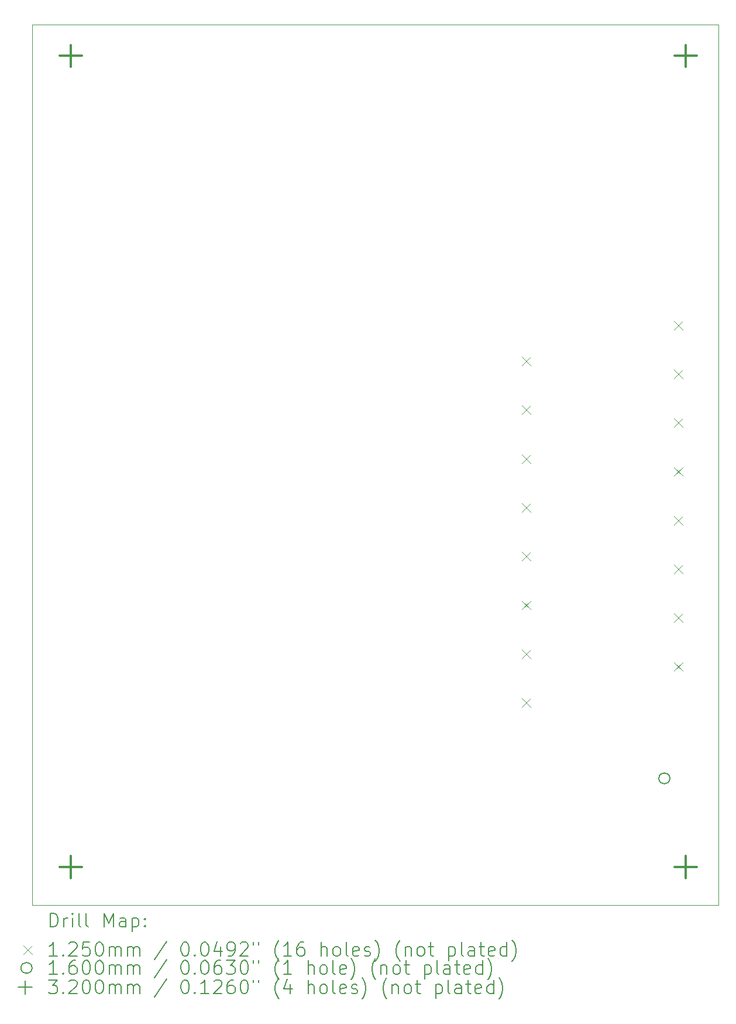
<source format=gbr>
%TF.GenerationSoftware,KiCad,Pcbnew,8.0.1*%
%TF.CreationDate,2024-09-04T11:05:36-04:00*%
%TF.ProjectId,16ch-driver-v1,31366368-2d64-4726-9976-65722d76312e,rev?*%
%TF.SameCoordinates,Original*%
%TF.FileFunction,Drillmap*%
%TF.FilePolarity,Positive*%
%FSLAX45Y45*%
G04 Gerber Fmt 4.5, Leading zero omitted, Abs format (unit mm)*
G04 Created by KiCad (PCBNEW 8.0.1) date 2024-09-04 11:05:36*
%MOMM*%
%LPD*%
G01*
G04 APERTURE LIST*
%ADD10C,0.100000*%
%ADD11C,0.200000*%
%ADD12C,0.125000*%
%ADD13C,0.160000*%
%ADD14C,0.320000*%
G04 APERTURE END LIST*
D10*
X8850000Y-3731000D02*
X18775000Y-3731000D01*
X18775000Y-16456000D01*
X8850000Y-16456000D01*
X8850000Y-3731000D01*
D11*
D12*
X15935500Y-8533500D02*
X16060500Y-8658500D01*
X16060500Y-8533500D02*
X15935500Y-8658500D01*
X15935500Y-9238500D02*
X16060500Y-9363500D01*
X16060500Y-9238500D02*
X15935500Y-9363500D01*
X15935500Y-12763500D02*
X16060500Y-12888500D01*
X16060500Y-12763500D02*
X15935500Y-12888500D01*
X15935500Y-11353500D02*
X16060500Y-11478500D01*
X16060500Y-11353500D02*
X15935500Y-11478500D01*
X15935500Y-9943500D02*
X16060500Y-10068500D01*
X16060500Y-9943500D02*
X15935500Y-10068500D01*
X15935500Y-10648500D02*
X16060500Y-10773500D01*
X16060500Y-10648500D02*
X15935500Y-10773500D01*
X15935500Y-12058500D02*
X16060500Y-12183500D01*
X16060500Y-12058500D02*
X15935500Y-12183500D01*
X15935500Y-13468500D02*
X16060500Y-13593500D01*
X16060500Y-13468500D02*
X15935500Y-13593500D01*
X18135500Y-8013500D02*
X18260500Y-8138500D01*
X18260500Y-8013500D02*
X18135500Y-8138500D01*
X18135500Y-8718500D02*
X18260500Y-8843500D01*
X18260500Y-8718500D02*
X18135500Y-8843500D01*
X18135500Y-12243500D02*
X18260500Y-12368500D01*
X18260500Y-12243500D02*
X18135500Y-12368500D01*
X18135500Y-10833500D02*
X18260500Y-10958500D01*
X18260500Y-10833500D02*
X18135500Y-10958500D01*
X18135500Y-9423500D02*
X18260500Y-9548500D01*
X18260500Y-9423500D02*
X18135500Y-9548500D01*
X18135500Y-10128500D02*
X18260500Y-10253500D01*
X18260500Y-10128500D02*
X18135500Y-10253500D01*
X18135500Y-11538500D02*
X18260500Y-11663500D01*
X18260500Y-11538500D02*
X18135500Y-11663500D01*
X18135500Y-12948500D02*
X18260500Y-13073500D01*
X18260500Y-12948500D02*
X18135500Y-13073500D01*
D13*
X18075509Y-14625359D02*
G75*
G02*
X17915509Y-14625359I-80000J0D01*
G01*
X17915509Y-14625359D02*
G75*
G02*
X18075509Y-14625359I80000J0D01*
G01*
D14*
X9407500Y-4023500D02*
X9407500Y-4343500D01*
X9247500Y-4183500D02*
X9567500Y-4183500D01*
X9407500Y-15746000D02*
X9407500Y-16066000D01*
X9247500Y-15906000D02*
X9567500Y-15906000D01*
X18302500Y-4023500D02*
X18302500Y-4343500D01*
X18142500Y-4183500D02*
X18462500Y-4183500D01*
X18302500Y-15746000D02*
X18302500Y-16066000D01*
X18142500Y-15906000D02*
X18462500Y-15906000D01*
D11*
X9105777Y-16772484D02*
X9105777Y-16572484D01*
X9105777Y-16572484D02*
X9153396Y-16572484D01*
X9153396Y-16572484D02*
X9181967Y-16582008D01*
X9181967Y-16582008D02*
X9201015Y-16601055D01*
X9201015Y-16601055D02*
X9210539Y-16620103D01*
X9210539Y-16620103D02*
X9220063Y-16658198D01*
X9220063Y-16658198D02*
X9220063Y-16686769D01*
X9220063Y-16686769D02*
X9210539Y-16724865D01*
X9210539Y-16724865D02*
X9201015Y-16743912D01*
X9201015Y-16743912D02*
X9181967Y-16762960D01*
X9181967Y-16762960D02*
X9153396Y-16772484D01*
X9153396Y-16772484D02*
X9105777Y-16772484D01*
X9305777Y-16772484D02*
X9305777Y-16639150D01*
X9305777Y-16677246D02*
X9315301Y-16658198D01*
X9315301Y-16658198D02*
X9324824Y-16648674D01*
X9324824Y-16648674D02*
X9343872Y-16639150D01*
X9343872Y-16639150D02*
X9362920Y-16639150D01*
X9429586Y-16772484D02*
X9429586Y-16639150D01*
X9429586Y-16572484D02*
X9420063Y-16582008D01*
X9420063Y-16582008D02*
X9429586Y-16591531D01*
X9429586Y-16591531D02*
X9439110Y-16582008D01*
X9439110Y-16582008D02*
X9429586Y-16572484D01*
X9429586Y-16572484D02*
X9429586Y-16591531D01*
X9553396Y-16772484D02*
X9534348Y-16762960D01*
X9534348Y-16762960D02*
X9524824Y-16743912D01*
X9524824Y-16743912D02*
X9524824Y-16572484D01*
X9658158Y-16772484D02*
X9639110Y-16762960D01*
X9639110Y-16762960D02*
X9629586Y-16743912D01*
X9629586Y-16743912D02*
X9629586Y-16572484D01*
X9886729Y-16772484D02*
X9886729Y-16572484D01*
X9886729Y-16572484D02*
X9953396Y-16715341D01*
X9953396Y-16715341D02*
X10020063Y-16572484D01*
X10020063Y-16572484D02*
X10020063Y-16772484D01*
X10201015Y-16772484D02*
X10201015Y-16667722D01*
X10201015Y-16667722D02*
X10191491Y-16648674D01*
X10191491Y-16648674D02*
X10172444Y-16639150D01*
X10172444Y-16639150D02*
X10134348Y-16639150D01*
X10134348Y-16639150D02*
X10115301Y-16648674D01*
X10201015Y-16762960D02*
X10181967Y-16772484D01*
X10181967Y-16772484D02*
X10134348Y-16772484D01*
X10134348Y-16772484D02*
X10115301Y-16762960D01*
X10115301Y-16762960D02*
X10105777Y-16743912D01*
X10105777Y-16743912D02*
X10105777Y-16724865D01*
X10105777Y-16724865D02*
X10115301Y-16705817D01*
X10115301Y-16705817D02*
X10134348Y-16696293D01*
X10134348Y-16696293D02*
X10181967Y-16696293D01*
X10181967Y-16696293D02*
X10201015Y-16686769D01*
X10296253Y-16639150D02*
X10296253Y-16839150D01*
X10296253Y-16648674D02*
X10315301Y-16639150D01*
X10315301Y-16639150D02*
X10353396Y-16639150D01*
X10353396Y-16639150D02*
X10372444Y-16648674D01*
X10372444Y-16648674D02*
X10381967Y-16658198D01*
X10381967Y-16658198D02*
X10391491Y-16677246D01*
X10391491Y-16677246D02*
X10391491Y-16734388D01*
X10391491Y-16734388D02*
X10381967Y-16753436D01*
X10381967Y-16753436D02*
X10372444Y-16762960D01*
X10372444Y-16762960D02*
X10353396Y-16772484D01*
X10353396Y-16772484D02*
X10315301Y-16772484D01*
X10315301Y-16772484D02*
X10296253Y-16762960D01*
X10477205Y-16753436D02*
X10486729Y-16762960D01*
X10486729Y-16762960D02*
X10477205Y-16772484D01*
X10477205Y-16772484D02*
X10467682Y-16762960D01*
X10467682Y-16762960D02*
X10477205Y-16753436D01*
X10477205Y-16753436D02*
X10477205Y-16772484D01*
X10477205Y-16648674D02*
X10486729Y-16658198D01*
X10486729Y-16658198D02*
X10477205Y-16667722D01*
X10477205Y-16667722D02*
X10467682Y-16658198D01*
X10467682Y-16658198D02*
X10477205Y-16648674D01*
X10477205Y-16648674D02*
X10477205Y-16667722D01*
D12*
X8720000Y-17038500D02*
X8845000Y-17163500D01*
X8845000Y-17038500D02*
X8720000Y-17163500D01*
D11*
X9210539Y-17192484D02*
X9096253Y-17192484D01*
X9153396Y-17192484D02*
X9153396Y-16992484D01*
X9153396Y-16992484D02*
X9134348Y-17021055D01*
X9134348Y-17021055D02*
X9115301Y-17040103D01*
X9115301Y-17040103D02*
X9096253Y-17049627D01*
X9296253Y-17173436D02*
X9305777Y-17182960D01*
X9305777Y-17182960D02*
X9296253Y-17192484D01*
X9296253Y-17192484D02*
X9286729Y-17182960D01*
X9286729Y-17182960D02*
X9296253Y-17173436D01*
X9296253Y-17173436D02*
X9296253Y-17192484D01*
X9381967Y-17011531D02*
X9391491Y-17002008D01*
X9391491Y-17002008D02*
X9410539Y-16992484D01*
X9410539Y-16992484D02*
X9458158Y-16992484D01*
X9458158Y-16992484D02*
X9477205Y-17002008D01*
X9477205Y-17002008D02*
X9486729Y-17011531D01*
X9486729Y-17011531D02*
X9496253Y-17030579D01*
X9496253Y-17030579D02*
X9496253Y-17049627D01*
X9496253Y-17049627D02*
X9486729Y-17078198D01*
X9486729Y-17078198D02*
X9372444Y-17192484D01*
X9372444Y-17192484D02*
X9496253Y-17192484D01*
X9677205Y-16992484D02*
X9581967Y-16992484D01*
X9581967Y-16992484D02*
X9572444Y-17087722D01*
X9572444Y-17087722D02*
X9581967Y-17078198D01*
X9581967Y-17078198D02*
X9601015Y-17068674D01*
X9601015Y-17068674D02*
X9648634Y-17068674D01*
X9648634Y-17068674D02*
X9667682Y-17078198D01*
X9667682Y-17078198D02*
X9677205Y-17087722D01*
X9677205Y-17087722D02*
X9686729Y-17106770D01*
X9686729Y-17106770D02*
X9686729Y-17154389D01*
X9686729Y-17154389D02*
X9677205Y-17173436D01*
X9677205Y-17173436D02*
X9667682Y-17182960D01*
X9667682Y-17182960D02*
X9648634Y-17192484D01*
X9648634Y-17192484D02*
X9601015Y-17192484D01*
X9601015Y-17192484D02*
X9581967Y-17182960D01*
X9581967Y-17182960D02*
X9572444Y-17173436D01*
X9810539Y-16992484D02*
X9829586Y-16992484D01*
X9829586Y-16992484D02*
X9848634Y-17002008D01*
X9848634Y-17002008D02*
X9858158Y-17011531D01*
X9858158Y-17011531D02*
X9867682Y-17030579D01*
X9867682Y-17030579D02*
X9877205Y-17068674D01*
X9877205Y-17068674D02*
X9877205Y-17116293D01*
X9877205Y-17116293D02*
X9867682Y-17154389D01*
X9867682Y-17154389D02*
X9858158Y-17173436D01*
X9858158Y-17173436D02*
X9848634Y-17182960D01*
X9848634Y-17182960D02*
X9829586Y-17192484D01*
X9829586Y-17192484D02*
X9810539Y-17192484D01*
X9810539Y-17192484D02*
X9791491Y-17182960D01*
X9791491Y-17182960D02*
X9781967Y-17173436D01*
X9781967Y-17173436D02*
X9772444Y-17154389D01*
X9772444Y-17154389D02*
X9762920Y-17116293D01*
X9762920Y-17116293D02*
X9762920Y-17068674D01*
X9762920Y-17068674D02*
X9772444Y-17030579D01*
X9772444Y-17030579D02*
X9781967Y-17011531D01*
X9781967Y-17011531D02*
X9791491Y-17002008D01*
X9791491Y-17002008D02*
X9810539Y-16992484D01*
X9962920Y-17192484D02*
X9962920Y-17059150D01*
X9962920Y-17078198D02*
X9972444Y-17068674D01*
X9972444Y-17068674D02*
X9991491Y-17059150D01*
X9991491Y-17059150D02*
X10020063Y-17059150D01*
X10020063Y-17059150D02*
X10039110Y-17068674D01*
X10039110Y-17068674D02*
X10048634Y-17087722D01*
X10048634Y-17087722D02*
X10048634Y-17192484D01*
X10048634Y-17087722D02*
X10058158Y-17068674D01*
X10058158Y-17068674D02*
X10077205Y-17059150D01*
X10077205Y-17059150D02*
X10105777Y-17059150D01*
X10105777Y-17059150D02*
X10124825Y-17068674D01*
X10124825Y-17068674D02*
X10134348Y-17087722D01*
X10134348Y-17087722D02*
X10134348Y-17192484D01*
X10229586Y-17192484D02*
X10229586Y-17059150D01*
X10229586Y-17078198D02*
X10239110Y-17068674D01*
X10239110Y-17068674D02*
X10258158Y-17059150D01*
X10258158Y-17059150D02*
X10286729Y-17059150D01*
X10286729Y-17059150D02*
X10305777Y-17068674D01*
X10305777Y-17068674D02*
X10315301Y-17087722D01*
X10315301Y-17087722D02*
X10315301Y-17192484D01*
X10315301Y-17087722D02*
X10324825Y-17068674D01*
X10324825Y-17068674D02*
X10343872Y-17059150D01*
X10343872Y-17059150D02*
X10372444Y-17059150D01*
X10372444Y-17059150D02*
X10391491Y-17068674D01*
X10391491Y-17068674D02*
X10401015Y-17087722D01*
X10401015Y-17087722D02*
X10401015Y-17192484D01*
X10791491Y-16982960D02*
X10620063Y-17240103D01*
X11048634Y-16992484D02*
X11067682Y-16992484D01*
X11067682Y-16992484D02*
X11086729Y-17002008D01*
X11086729Y-17002008D02*
X11096253Y-17011531D01*
X11096253Y-17011531D02*
X11105777Y-17030579D01*
X11105777Y-17030579D02*
X11115301Y-17068674D01*
X11115301Y-17068674D02*
X11115301Y-17116293D01*
X11115301Y-17116293D02*
X11105777Y-17154389D01*
X11105777Y-17154389D02*
X11096253Y-17173436D01*
X11096253Y-17173436D02*
X11086729Y-17182960D01*
X11086729Y-17182960D02*
X11067682Y-17192484D01*
X11067682Y-17192484D02*
X11048634Y-17192484D01*
X11048634Y-17192484D02*
X11029587Y-17182960D01*
X11029587Y-17182960D02*
X11020063Y-17173436D01*
X11020063Y-17173436D02*
X11010539Y-17154389D01*
X11010539Y-17154389D02*
X11001015Y-17116293D01*
X11001015Y-17116293D02*
X11001015Y-17068674D01*
X11001015Y-17068674D02*
X11010539Y-17030579D01*
X11010539Y-17030579D02*
X11020063Y-17011531D01*
X11020063Y-17011531D02*
X11029587Y-17002008D01*
X11029587Y-17002008D02*
X11048634Y-16992484D01*
X11201015Y-17173436D02*
X11210539Y-17182960D01*
X11210539Y-17182960D02*
X11201015Y-17192484D01*
X11201015Y-17192484D02*
X11191491Y-17182960D01*
X11191491Y-17182960D02*
X11201015Y-17173436D01*
X11201015Y-17173436D02*
X11201015Y-17192484D01*
X11334348Y-16992484D02*
X11353396Y-16992484D01*
X11353396Y-16992484D02*
X11372444Y-17002008D01*
X11372444Y-17002008D02*
X11381967Y-17011531D01*
X11381967Y-17011531D02*
X11391491Y-17030579D01*
X11391491Y-17030579D02*
X11401015Y-17068674D01*
X11401015Y-17068674D02*
X11401015Y-17116293D01*
X11401015Y-17116293D02*
X11391491Y-17154389D01*
X11391491Y-17154389D02*
X11381967Y-17173436D01*
X11381967Y-17173436D02*
X11372444Y-17182960D01*
X11372444Y-17182960D02*
X11353396Y-17192484D01*
X11353396Y-17192484D02*
X11334348Y-17192484D01*
X11334348Y-17192484D02*
X11315301Y-17182960D01*
X11315301Y-17182960D02*
X11305777Y-17173436D01*
X11305777Y-17173436D02*
X11296253Y-17154389D01*
X11296253Y-17154389D02*
X11286729Y-17116293D01*
X11286729Y-17116293D02*
X11286729Y-17068674D01*
X11286729Y-17068674D02*
X11296253Y-17030579D01*
X11296253Y-17030579D02*
X11305777Y-17011531D01*
X11305777Y-17011531D02*
X11315301Y-17002008D01*
X11315301Y-17002008D02*
X11334348Y-16992484D01*
X11572444Y-17059150D02*
X11572444Y-17192484D01*
X11524825Y-16982960D02*
X11477206Y-17125817D01*
X11477206Y-17125817D02*
X11601015Y-17125817D01*
X11686729Y-17192484D02*
X11724825Y-17192484D01*
X11724825Y-17192484D02*
X11743872Y-17182960D01*
X11743872Y-17182960D02*
X11753396Y-17173436D01*
X11753396Y-17173436D02*
X11772444Y-17144865D01*
X11772444Y-17144865D02*
X11781967Y-17106770D01*
X11781967Y-17106770D02*
X11781967Y-17030579D01*
X11781967Y-17030579D02*
X11772444Y-17011531D01*
X11772444Y-17011531D02*
X11762920Y-17002008D01*
X11762920Y-17002008D02*
X11743872Y-16992484D01*
X11743872Y-16992484D02*
X11705777Y-16992484D01*
X11705777Y-16992484D02*
X11686729Y-17002008D01*
X11686729Y-17002008D02*
X11677206Y-17011531D01*
X11677206Y-17011531D02*
X11667682Y-17030579D01*
X11667682Y-17030579D02*
X11667682Y-17078198D01*
X11667682Y-17078198D02*
X11677206Y-17097246D01*
X11677206Y-17097246D02*
X11686729Y-17106770D01*
X11686729Y-17106770D02*
X11705777Y-17116293D01*
X11705777Y-17116293D02*
X11743872Y-17116293D01*
X11743872Y-17116293D02*
X11762920Y-17106770D01*
X11762920Y-17106770D02*
X11772444Y-17097246D01*
X11772444Y-17097246D02*
X11781967Y-17078198D01*
X11858158Y-17011531D02*
X11867682Y-17002008D01*
X11867682Y-17002008D02*
X11886729Y-16992484D01*
X11886729Y-16992484D02*
X11934348Y-16992484D01*
X11934348Y-16992484D02*
X11953396Y-17002008D01*
X11953396Y-17002008D02*
X11962920Y-17011531D01*
X11962920Y-17011531D02*
X11972444Y-17030579D01*
X11972444Y-17030579D02*
X11972444Y-17049627D01*
X11972444Y-17049627D02*
X11962920Y-17078198D01*
X11962920Y-17078198D02*
X11848634Y-17192484D01*
X11848634Y-17192484D02*
X11972444Y-17192484D01*
X12048634Y-16992484D02*
X12048634Y-17030579D01*
X12124825Y-16992484D02*
X12124825Y-17030579D01*
X12420063Y-17268674D02*
X12410539Y-17259150D01*
X12410539Y-17259150D02*
X12391491Y-17230579D01*
X12391491Y-17230579D02*
X12381968Y-17211531D01*
X12381968Y-17211531D02*
X12372444Y-17182960D01*
X12372444Y-17182960D02*
X12362920Y-17135341D01*
X12362920Y-17135341D02*
X12362920Y-17097246D01*
X12362920Y-17097246D02*
X12372444Y-17049627D01*
X12372444Y-17049627D02*
X12381968Y-17021055D01*
X12381968Y-17021055D02*
X12391491Y-17002008D01*
X12391491Y-17002008D02*
X12410539Y-16973436D01*
X12410539Y-16973436D02*
X12420063Y-16963912D01*
X12601015Y-17192484D02*
X12486729Y-17192484D01*
X12543872Y-17192484D02*
X12543872Y-16992484D01*
X12543872Y-16992484D02*
X12524825Y-17021055D01*
X12524825Y-17021055D02*
X12505777Y-17040103D01*
X12505777Y-17040103D02*
X12486729Y-17049627D01*
X12772444Y-16992484D02*
X12734348Y-16992484D01*
X12734348Y-16992484D02*
X12715301Y-17002008D01*
X12715301Y-17002008D02*
X12705777Y-17011531D01*
X12705777Y-17011531D02*
X12686729Y-17040103D01*
X12686729Y-17040103D02*
X12677206Y-17078198D01*
X12677206Y-17078198D02*
X12677206Y-17154389D01*
X12677206Y-17154389D02*
X12686729Y-17173436D01*
X12686729Y-17173436D02*
X12696253Y-17182960D01*
X12696253Y-17182960D02*
X12715301Y-17192484D01*
X12715301Y-17192484D02*
X12753396Y-17192484D01*
X12753396Y-17192484D02*
X12772444Y-17182960D01*
X12772444Y-17182960D02*
X12781968Y-17173436D01*
X12781968Y-17173436D02*
X12791491Y-17154389D01*
X12791491Y-17154389D02*
X12791491Y-17106770D01*
X12791491Y-17106770D02*
X12781968Y-17087722D01*
X12781968Y-17087722D02*
X12772444Y-17078198D01*
X12772444Y-17078198D02*
X12753396Y-17068674D01*
X12753396Y-17068674D02*
X12715301Y-17068674D01*
X12715301Y-17068674D02*
X12696253Y-17078198D01*
X12696253Y-17078198D02*
X12686729Y-17087722D01*
X12686729Y-17087722D02*
X12677206Y-17106770D01*
X13029587Y-17192484D02*
X13029587Y-16992484D01*
X13115301Y-17192484D02*
X13115301Y-17087722D01*
X13115301Y-17087722D02*
X13105777Y-17068674D01*
X13105777Y-17068674D02*
X13086730Y-17059150D01*
X13086730Y-17059150D02*
X13058158Y-17059150D01*
X13058158Y-17059150D02*
X13039110Y-17068674D01*
X13039110Y-17068674D02*
X13029587Y-17078198D01*
X13239110Y-17192484D02*
X13220063Y-17182960D01*
X13220063Y-17182960D02*
X13210539Y-17173436D01*
X13210539Y-17173436D02*
X13201015Y-17154389D01*
X13201015Y-17154389D02*
X13201015Y-17097246D01*
X13201015Y-17097246D02*
X13210539Y-17078198D01*
X13210539Y-17078198D02*
X13220063Y-17068674D01*
X13220063Y-17068674D02*
X13239110Y-17059150D01*
X13239110Y-17059150D02*
X13267682Y-17059150D01*
X13267682Y-17059150D02*
X13286730Y-17068674D01*
X13286730Y-17068674D02*
X13296253Y-17078198D01*
X13296253Y-17078198D02*
X13305777Y-17097246D01*
X13305777Y-17097246D02*
X13305777Y-17154389D01*
X13305777Y-17154389D02*
X13296253Y-17173436D01*
X13296253Y-17173436D02*
X13286730Y-17182960D01*
X13286730Y-17182960D02*
X13267682Y-17192484D01*
X13267682Y-17192484D02*
X13239110Y-17192484D01*
X13420063Y-17192484D02*
X13401015Y-17182960D01*
X13401015Y-17182960D02*
X13391491Y-17163912D01*
X13391491Y-17163912D02*
X13391491Y-16992484D01*
X13572444Y-17182960D02*
X13553396Y-17192484D01*
X13553396Y-17192484D02*
X13515301Y-17192484D01*
X13515301Y-17192484D02*
X13496253Y-17182960D01*
X13496253Y-17182960D02*
X13486730Y-17163912D01*
X13486730Y-17163912D02*
X13486730Y-17087722D01*
X13486730Y-17087722D02*
X13496253Y-17068674D01*
X13496253Y-17068674D02*
X13515301Y-17059150D01*
X13515301Y-17059150D02*
X13553396Y-17059150D01*
X13553396Y-17059150D02*
X13572444Y-17068674D01*
X13572444Y-17068674D02*
X13581968Y-17087722D01*
X13581968Y-17087722D02*
X13581968Y-17106770D01*
X13581968Y-17106770D02*
X13486730Y-17125817D01*
X13658158Y-17182960D02*
X13677206Y-17192484D01*
X13677206Y-17192484D02*
X13715301Y-17192484D01*
X13715301Y-17192484D02*
X13734349Y-17182960D01*
X13734349Y-17182960D02*
X13743872Y-17163912D01*
X13743872Y-17163912D02*
X13743872Y-17154389D01*
X13743872Y-17154389D02*
X13734349Y-17135341D01*
X13734349Y-17135341D02*
X13715301Y-17125817D01*
X13715301Y-17125817D02*
X13686730Y-17125817D01*
X13686730Y-17125817D02*
X13667682Y-17116293D01*
X13667682Y-17116293D02*
X13658158Y-17097246D01*
X13658158Y-17097246D02*
X13658158Y-17087722D01*
X13658158Y-17087722D02*
X13667682Y-17068674D01*
X13667682Y-17068674D02*
X13686730Y-17059150D01*
X13686730Y-17059150D02*
X13715301Y-17059150D01*
X13715301Y-17059150D02*
X13734349Y-17068674D01*
X13810539Y-17268674D02*
X13820063Y-17259150D01*
X13820063Y-17259150D02*
X13839111Y-17230579D01*
X13839111Y-17230579D02*
X13848634Y-17211531D01*
X13848634Y-17211531D02*
X13858158Y-17182960D01*
X13858158Y-17182960D02*
X13867682Y-17135341D01*
X13867682Y-17135341D02*
X13867682Y-17097246D01*
X13867682Y-17097246D02*
X13858158Y-17049627D01*
X13858158Y-17049627D02*
X13848634Y-17021055D01*
X13848634Y-17021055D02*
X13839111Y-17002008D01*
X13839111Y-17002008D02*
X13820063Y-16973436D01*
X13820063Y-16973436D02*
X13810539Y-16963912D01*
X14172444Y-17268674D02*
X14162920Y-17259150D01*
X14162920Y-17259150D02*
X14143872Y-17230579D01*
X14143872Y-17230579D02*
X14134349Y-17211531D01*
X14134349Y-17211531D02*
X14124825Y-17182960D01*
X14124825Y-17182960D02*
X14115301Y-17135341D01*
X14115301Y-17135341D02*
X14115301Y-17097246D01*
X14115301Y-17097246D02*
X14124825Y-17049627D01*
X14124825Y-17049627D02*
X14134349Y-17021055D01*
X14134349Y-17021055D02*
X14143872Y-17002008D01*
X14143872Y-17002008D02*
X14162920Y-16973436D01*
X14162920Y-16973436D02*
X14172444Y-16963912D01*
X14248634Y-17059150D02*
X14248634Y-17192484D01*
X14248634Y-17078198D02*
X14258158Y-17068674D01*
X14258158Y-17068674D02*
X14277206Y-17059150D01*
X14277206Y-17059150D02*
X14305777Y-17059150D01*
X14305777Y-17059150D02*
X14324825Y-17068674D01*
X14324825Y-17068674D02*
X14334349Y-17087722D01*
X14334349Y-17087722D02*
X14334349Y-17192484D01*
X14458158Y-17192484D02*
X14439111Y-17182960D01*
X14439111Y-17182960D02*
X14429587Y-17173436D01*
X14429587Y-17173436D02*
X14420063Y-17154389D01*
X14420063Y-17154389D02*
X14420063Y-17097246D01*
X14420063Y-17097246D02*
X14429587Y-17078198D01*
X14429587Y-17078198D02*
X14439111Y-17068674D01*
X14439111Y-17068674D02*
X14458158Y-17059150D01*
X14458158Y-17059150D02*
X14486730Y-17059150D01*
X14486730Y-17059150D02*
X14505777Y-17068674D01*
X14505777Y-17068674D02*
X14515301Y-17078198D01*
X14515301Y-17078198D02*
X14524825Y-17097246D01*
X14524825Y-17097246D02*
X14524825Y-17154389D01*
X14524825Y-17154389D02*
X14515301Y-17173436D01*
X14515301Y-17173436D02*
X14505777Y-17182960D01*
X14505777Y-17182960D02*
X14486730Y-17192484D01*
X14486730Y-17192484D02*
X14458158Y-17192484D01*
X14581968Y-17059150D02*
X14658158Y-17059150D01*
X14610539Y-16992484D02*
X14610539Y-17163912D01*
X14610539Y-17163912D02*
X14620063Y-17182960D01*
X14620063Y-17182960D02*
X14639111Y-17192484D01*
X14639111Y-17192484D02*
X14658158Y-17192484D01*
X14877206Y-17059150D02*
X14877206Y-17259150D01*
X14877206Y-17068674D02*
X14896253Y-17059150D01*
X14896253Y-17059150D02*
X14934349Y-17059150D01*
X14934349Y-17059150D02*
X14953396Y-17068674D01*
X14953396Y-17068674D02*
X14962920Y-17078198D01*
X14962920Y-17078198D02*
X14972444Y-17097246D01*
X14972444Y-17097246D02*
X14972444Y-17154389D01*
X14972444Y-17154389D02*
X14962920Y-17173436D01*
X14962920Y-17173436D02*
X14953396Y-17182960D01*
X14953396Y-17182960D02*
X14934349Y-17192484D01*
X14934349Y-17192484D02*
X14896253Y-17192484D01*
X14896253Y-17192484D02*
X14877206Y-17182960D01*
X15086730Y-17192484D02*
X15067682Y-17182960D01*
X15067682Y-17182960D02*
X15058158Y-17163912D01*
X15058158Y-17163912D02*
X15058158Y-16992484D01*
X15248634Y-17192484D02*
X15248634Y-17087722D01*
X15248634Y-17087722D02*
X15239111Y-17068674D01*
X15239111Y-17068674D02*
X15220063Y-17059150D01*
X15220063Y-17059150D02*
X15181968Y-17059150D01*
X15181968Y-17059150D02*
X15162920Y-17068674D01*
X15248634Y-17182960D02*
X15229587Y-17192484D01*
X15229587Y-17192484D02*
X15181968Y-17192484D01*
X15181968Y-17192484D02*
X15162920Y-17182960D01*
X15162920Y-17182960D02*
X15153396Y-17163912D01*
X15153396Y-17163912D02*
X15153396Y-17144865D01*
X15153396Y-17144865D02*
X15162920Y-17125817D01*
X15162920Y-17125817D02*
X15181968Y-17116293D01*
X15181968Y-17116293D02*
X15229587Y-17116293D01*
X15229587Y-17116293D02*
X15248634Y-17106770D01*
X15315301Y-17059150D02*
X15391492Y-17059150D01*
X15343873Y-16992484D02*
X15343873Y-17163912D01*
X15343873Y-17163912D02*
X15353396Y-17182960D01*
X15353396Y-17182960D02*
X15372444Y-17192484D01*
X15372444Y-17192484D02*
X15391492Y-17192484D01*
X15534349Y-17182960D02*
X15515301Y-17192484D01*
X15515301Y-17192484D02*
X15477206Y-17192484D01*
X15477206Y-17192484D02*
X15458158Y-17182960D01*
X15458158Y-17182960D02*
X15448634Y-17163912D01*
X15448634Y-17163912D02*
X15448634Y-17087722D01*
X15448634Y-17087722D02*
X15458158Y-17068674D01*
X15458158Y-17068674D02*
X15477206Y-17059150D01*
X15477206Y-17059150D02*
X15515301Y-17059150D01*
X15515301Y-17059150D02*
X15534349Y-17068674D01*
X15534349Y-17068674D02*
X15543873Y-17087722D01*
X15543873Y-17087722D02*
X15543873Y-17106770D01*
X15543873Y-17106770D02*
X15448634Y-17125817D01*
X15715301Y-17192484D02*
X15715301Y-16992484D01*
X15715301Y-17182960D02*
X15696254Y-17192484D01*
X15696254Y-17192484D02*
X15658158Y-17192484D01*
X15658158Y-17192484D02*
X15639111Y-17182960D01*
X15639111Y-17182960D02*
X15629587Y-17173436D01*
X15629587Y-17173436D02*
X15620063Y-17154389D01*
X15620063Y-17154389D02*
X15620063Y-17097246D01*
X15620063Y-17097246D02*
X15629587Y-17078198D01*
X15629587Y-17078198D02*
X15639111Y-17068674D01*
X15639111Y-17068674D02*
X15658158Y-17059150D01*
X15658158Y-17059150D02*
X15696254Y-17059150D01*
X15696254Y-17059150D02*
X15715301Y-17068674D01*
X15791492Y-17268674D02*
X15801015Y-17259150D01*
X15801015Y-17259150D02*
X15820063Y-17230579D01*
X15820063Y-17230579D02*
X15829587Y-17211531D01*
X15829587Y-17211531D02*
X15839111Y-17182960D01*
X15839111Y-17182960D02*
X15848634Y-17135341D01*
X15848634Y-17135341D02*
X15848634Y-17097246D01*
X15848634Y-17097246D02*
X15839111Y-17049627D01*
X15839111Y-17049627D02*
X15829587Y-17021055D01*
X15829587Y-17021055D02*
X15820063Y-17002008D01*
X15820063Y-17002008D02*
X15801015Y-16973436D01*
X15801015Y-16973436D02*
X15791492Y-16963912D01*
D13*
X8845000Y-17365000D02*
G75*
G02*
X8685000Y-17365000I-80000J0D01*
G01*
X8685000Y-17365000D02*
G75*
G02*
X8845000Y-17365000I80000J0D01*
G01*
D11*
X9210539Y-17456484D02*
X9096253Y-17456484D01*
X9153396Y-17456484D02*
X9153396Y-17256484D01*
X9153396Y-17256484D02*
X9134348Y-17285055D01*
X9134348Y-17285055D02*
X9115301Y-17304103D01*
X9115301Y-17304103D02*
X9096253Y-17313627D01*
X9296253Y-17437436D02*
X9305777Y-17446960D01*
X9305777Y-17446960D02*
X9296253Y-17456484D01*
X9296253Y-17456484D02*
X9286729Y-17446960D01*
X9286729Y-17446960D02*
X9296253Y-17437436D01*
X9296253Y-17437436D02*
X9296253Y-17456484D01*
X9477205Y-17256484D02*
X9439110Y-17256484D01*
X9439110Y-17256484D02*
X9420063Y-17266008D01*
X9420063Y-17266008D02*
X9410539Y-17275531D01*
X9410539Y-17275531D02*
X9391491Y-17304103D01*
X9391491Y-17304103D02*
X9381967Y-17342198D01*
X9381967Y-17342198D02*
X9381967Y-17418389D01*
X9381967Y-17418389D02*
X9391491Y-17437436D01*
X9391491Y-17437436D02*
X9401015Y-17446960D01*
X9401015Y-17446960D02*
X9420063Y-17456484D01*
X9420063Y-17456484D02*
X9458158Y-17456484D01*
X9458158Y-17456484D02*
X9477205Y-17446960D01*
X9477205Y-17446960D02*
X9486729Y-17437436D01*
X9486729Y-17437436D02*
X9496253Y-17418389D01*
X9496253Y-17418389D02*
X9496253Y-17370770D01*
X9496253Y-17370770D02*
X9486729Y-17351722D01*
X9486729Y-17351722D02*
X9477205Y-17342198D01*
X9477205Y-17342198D02*
X9458158Y-17332674D01*
X9458158Y-17332674D02*
X9420063Y-17332674D01*
X9420063Y-17332674D02*
X9401015Y-17342198D01*
X9401015Y-17342198D02*
X9391491Y-17351722D01*
X9391491Y-17351722D02*
X9381967Y-17370770D01*
X9620063Y-17256484D02*
X9639110Y-17256484D01*
X9639110Y-17256484D02*
X9658158Y-17266008D01*
X9658158Y-17266008D02*
X9667682Y-17275531D01*
X9667682Y-17275531D02*
X9677205Y-17294579D01*
X9677205Y-17294579D02*
X9686729Y-17332674D01*
X9686729Y-17332674D02*
X9686729Y-17380293D01*
X9686729Y-17380293D02*
X9677205Y-17418389D01*
X9677205Y-17418389D02*
X9667682Y-17437436D01*
X9667682Y-17437436D02*
X9658158Y-17446960D01*
X9658158Y-17446960D02*
X9639110Y-17456484D01*
X9639110Y-17456484D02*
X9620063Y-17456484D01*
X9620063Y-17456484D02*
X9601015Y-17446960D01*
X9601015Y-17446960D02*
X9591491Y-17437436D01*
X9591491Y-17437436D02*
X9581967Y-17418389D01*
X9581967Y-17418389D02*
X9572444Y-17380293D01*
X9572444Y-17380293D02*
X9572444Y-17332674D01*
X9572444Y-17332674D02*
X9581967Y-17294579D01*
X9581967Y-17294579D02*
X9591491Y-17275531D01*
X9591491Y-17275531D02*
X9601015Y-17266008D01*
X9601015Y-17266008D02*
X9620063Y-17256484D01*
X9810539Y-17256484D02*
X9829586Y-17256484D01*
X9829586Y-17256484D02*
X9848634Y-17266008D01*
X9848634Y-17266008D02*
X9858158Y-17275531D01*
X9858158Y-17275531D02*
X9867682Y-17294579D01*
X9867682Y-17294579D02*
X9877205Y-17332674D01*
X9877205Y-17332674D02*
X9877205Y-17380293D01*
X9877205Y-17380293D02*
X9867682Y-17418389D01*
X9867682Y-17418389D02*
X9858158Y-17437436D01*
X9858158Y-17437436D02*
X9848634Y-17446960D01*
X9848634Y-17446960D02*
X9829586Y-17456484D01*
X9829586Y-17456484D02*
X9810539Y-17456484D01*
X9810539Y-17456484D02*
X9791491Y-17446960D01*
X9791491Y-17446960D02*
X9781967Y-17437436D01*
X9781967Y-17437436D02*
X9772444Y-17418389D01*
X9772444Y-17418389D02*
X9762920Y-17380293D01*
X9762920Y-17380293D02*
X9762920Y-17332674D01*
X9762920Y-17332674D02*
X9772444Y-17294579D01*
X9772444Y-17294579D02*
X9781967Y-17275531D01*
X9781967Y-17275531D02*
X9791491Y-17266008D01*
X9791491Y-17266008D02*
X9810539Y-17256484D01*
X9962920Y-17456484D02*
X9962920Y-17323150D01*
X9962920Y-17342198D02*
X9972444Y-17332674D01*
X9972444Y-17332674D02*
X9991491Y-17323150D01*
X9991491Y-17323150D02*
X10020063Y-17323150D01*
X10020063Y-17323150D02*
X10039110Y-17332674D01*
X10039110Y-17332674D02*
X10048634Y-17351722D01*
X10048634Y-17351722D02*
X10048634Y-17456484D01*
X10048634Y-17351722D02*
X10058158Y-17332674D01*
X10058158Y-17332674D02*
X10077205Y-17323150D01*
X10077205Y-17323150D02*
X10105777Y-17323150D01*
X10105777Y-17323150D02*
X10124825Y-17332674D01*
X10124825Y-17332674D02*
X10134348Y-17351722D01*
X10134348Y-17351722D02*
X10134348Y-17456484D01*
X10229586Y-17456484D02*
X10229586Y-17323150D01*
X10229586Y-17342198D02*
X10239110Y-17332674D01*
X10239110Y-17332674D02*
X10258158Y-17323150D01*
X10258158Y-17323150D02*
X10286729Y-17323150D01*
X10286729Y-17323150D02*
X10305777Y-17332674D01*
X10305777Y-17332674D02*
X10315301Y-17351722D01*
X10315301Y-17351722D02*
X10315301Y-17456484D01*
X10315301Y-17351722D02*
X10324825Y-17332674D01*
X10324825Y-17332674D02*
X10343872Y-17323150D01*
X10343872Y-17323150D02*
X10372444Y-17323150D01*
X10372444Y-17323150D02*
X10391491Y-17332674D01*
X10391491Y-17332674D02*
X10401015Y-17351722D01*
X10401015Y-17351722D02*
X10401015Y-17456484D01*
X10791491Y-17246960D02*
X10620063Y-17504103D01*
X11048634Y-17256484D02*
X11067682Y-17256484D01*
X11067682Y-17256484D02*
X11086729Y-17266008D01*
X11086729Y-17266008D02*
X11096253Y-17275531D01*
X11096253Y-17275531D02*
X11105777Y-17294579D01*
X11105777Y-17294579D02*
X11115301Y-17332674D01*
X11115301Y-17332674D02*
X11115301Y-17380293D01*
X11115301Y-17380293D02*
X11105777Y-17418389D01*
X11105777Y-17418389D02*
X11096253Y-17437436D01*
X11096253Y-17437436D02*
X11086729Y-17446960D01*
X11086729Y-17446960D02*
X11067682Y-17456484D01*
X11067682Y-17456484D02*
X11048634Y-17456484D01*
X11048634Y-17456484D02*
X11029587Y-17446960D01*
X11029587Y-17446960D02*
X11020063Y-17437436D01*
X11020063Y-17437436D02*
X11010539Y-17418389D01*
X11010539Y-17418389D02*
X11001015Y-17380293D01*
X11001015Y-17380293D02*
X11001015Y-17332674D01*
X11001015Y-17332674D02*
X11010539Y-17294579D01*
X11010539Y-17294579D02*
X11020063Y-17275531D01*
X11020063Y-17275531D02*
X11029587Y-17266008D01*
X11029587Y-17266008D02*
X11048634Y-17256484D01*
X11201015Y-17437436D02*
X11210539Y-17446960D01*
X11210539Y-17446960D02*
X11201015Y-17456484D01*
X11201015Y-17456484D02*
X11191491Y-17446960D01*
X11191491Y-17446960D02*
X11201015Y-17437436D01*
X11201015Y-17437436D02*
X11201015Y-17456484D01*
X11334348Y-17256484D02*
X11353396Y-17256484D01*
X11353396Y-17256484D02*
X11372444Y-17266008D01*
X11372444Y-17266008D02*
X11381967Y-17275531D01*
X11381967Y-17275531D02*
X11391491Y-17294579D01*
X11391491Y-17294579D02*
X11401015Y-17332674D01*
X11401015Y-17332674D02*
X11401015Y-17380293D01*
X11401015Y-17380293D02*
X11391491Y-17418389D01*
X11391491Y-17418389D02*
X11381967Y-17437436D01*
X11381967Y-17437436D02*
X11372444Y-17446960D01*
X11372444Y-17446960D02*
X11353396Y-17456484D01*
X11353396Y-17456484D02*
X11334348Y-17456484D01*
X11334348Y-17456484D02*
X11315301Y-17446960D01*
X11315301Y-17446960D02*
X11305777Y-17437436D01*
X11305777Y-17437436D02*
X11296253Y-17418389D01*
X11296253Y-17418389D02*
X11286729Y-17380293D01*
X11286729Y-17380293D02*
X11286729Y-17332674D01*
X11286729Y-17332674D02*
X11296253Y-17294579D01*
X11296253Y-17294579D02*
X11305777Y-17275531D01*
X11305777Y-17275531D02*
X11315301Y-17266008D01*
X11315301Y-17266008D02*
X11334348Y-17256484D01*
X11572444Y-17256484D02*
X11534348Y-17256484D01*
X11534348Y-17256484D02*
X11515301Y-17266008D01*
X11515301Y-17266008D02*
X11505777Y-17275531D01*
X11505777Y-17275531D02*
X11486729Y-17304103D01*
X11486729Y-17304103D02*
X11477206Y-17342198D01*
X11477206Y-17342198D02*
X11477206Y-17418389D01*
X11477206Y-17418389D02*
X11486729Y-17437436D01*
X11486729Y-17437436D02*
X11496253Y-17446960D01*
X11496253Y-17446960D02*
X11515301Y-17456484D01*
X11515301Y-17456484D02*
X11553396Y-17456484D01*
X11553396Y-17456484D02*
X11572444Y-17446960D01*
X11572444Y-17446960D02*
X11581967Y-17437436D01*
X11581967Y-17437436D02*
X11591491Y-17418389D01*
X11591491Y-17418389D02*
X11591491Y-17370770D01*
X11591491Y-17370770D02*
X11581967Y-17351722D01*
X11581967Y-17351722D02*
X11572444Y-17342198D01*
X11572444Y-17342198D02*
X11553396Y-17332674D01*
X11553396Y-17332674D02*
X11515301Y-17332674D01*
X11515301Y-17332674D02*
X11496253Y-17342198D01*
X11496253Y-17342198D02*
X11486729Y-17351722D01*
X11486729Y-17351722D02*
X11477206Y-17370770D01*
X11658158Y-17256484D02*
X11781967Y-17256484D01*
X11781967Y-17256484D02*
X11715301Y-17332674D01*
X11715301Y-17332674D02*
X11743872Y-17332674D01*
X11743872Y-17332674D02*
X11762920Y-17342198D01*
X11762920Y-17342198D02*
X11772444Y-17351722D01*
X11772444Y-17351722D02*
X11781967Y-17370770D01*
X11781967Y-17370770D02*
X11781967Y-17418389D01*
X11781967Y-17418389D02*
X11772444Y-17437436D01*
X11772444Y-17437436D02*
X11762920Y-17446960D01*
X11762920Y-17446960D02*
X11743872Y-17456484D01*
X11743872Y-17456484D02*
X11686729Y-17456484D01*
X11686729Y-17456484D02*
X11667682Y-17446960D01*
X11667682Y-17446960D02*
X11658158Y-17437436D01*
X11905777Y-17256484D02*
X11924825Y-17256484D01*
X11924825Y-17256484D02*
X11943872Y-17266008D01*
X11943872Y-17266008D02*
X11953396Y-17275531D01*
X11953396Y-17275531D02*
X11962920Y-17294579D01*
X11962920Y-17294579D02*
X11972444Y-17332674D01*
X11972444Y-17332674D02*
X11972444Y-17380293D01*
X11972444Y-17380293D02*
X11962920Y-17418389D01*
X11962920Y-17418389D02*
X11953396Y-17437436D01*
X11953396Y-17437436D02*
X11943872Y-17446960D01*
X11943872Y-17446960D02*
X11924825Y-17456484D01*
X11924825Y-17456484D02*
X11905777Y-17456484D01*
X11905777Y-17456484D02*
X11886729Y-17446960D01*
X11886729Y-17446960D02*
X11877206Y-17437436D01*
X11877206Y-17437436D02*
X11867682Y-17418389D01*
X11867682Y-17418389D02*
X11858158Y-17380293D01*
X11858158Y-17380293D02*
X11858158Y-17332674D01*
X11858158Y-17332674D02*
X11867682Y-17294579D01*
X11867682Y-17294579D02*
X11877206Y-17275531D01*
X11877206Y-17275531D02*
X11886729Y-17266008D01*
X11886729Y-17266008D02*
X11905777Y-17256484D01*
X12048634Y-17256484D02*
X12048634Y-17294579D01*
X12124825Y-17256484D02*
X12124825Y-17294579D01*
X12420063Y-17532674D02*
X12410539Y-17523150D01*
X12410539Y-17523150D02*
X12391491Y-17494579D01*
X12391491Y-17494579D02*
X12381968Y-17475531D01*
X12381968Y-17475531D02*
X12372444Y-17446960D01*
X12372444Y-17446960D02*
X12362920Y-17399341D01*
X12362920Y-17399341D02*
X12362920Y-17361246D01*
X12362920Y-17361246D02*
X12372444Y-17313627D01*
X12372444Y-17313627D02*
X12381968Y-17285055D01*
X12381968Y-17285055D02*
X12391491Y-17266008D01*
X12391491Y-17266008D02*
X12410539Y-17237436D01*
X12410539Y-17237436D02*
X12420063Y-17227912D01*
X12601015Y-17456484D02*
X12486729Y-17456484D01*
X12543872Y-17456484D02*
X12543872Y-17256484D01*
X12543872Y-17256484D02*
X12524825Y-17285055D01*
X12524825Y-17285055D02*
X12505777Y-17304103D01*
X12505777Y-17304103D02*
X12486729Y-17313627D01*
X12839110Y-17456484D02*
X12839110Y-17256484D01*
X12924825Y-17456484D02*
X12924825Y-17351722D01*
X12924825Y-17351722D02*
X12915301Y-17332674D01*
X12915301Y-17332674D02*
X12896253Y-17323150D01*
X12896253Y-17323150D02*
X12867682Y-17323150D01*
X12867682Y-17323150D02*
X12848634Y-17332674D01*
X12848634Y-17332674D02*
X12839110Y-17342198D01*
X13048634Y-17456484D02*
X13029587Y-17446960D01*
X13029587Y-17446960D02*
X13020063Y-17437436D01*
X13020063Y-17437436D02*
X13010539Y-17418389D01*
X13010539Y-17418389D02*
X13010539Y-17361246D01*
X13010539Y-17361246D02*
X13020063Y-17342198D01*
X13020063Y-17342198D02*
X13029587Y-17332674D01*
X13029587Y-17332674D02*
X13048634Y-17323150D01*
X13048634Y-17323150D02*
X13077206Y-17323150D01*
X13077206Y-17323150D02*
X13096253Y-17332674D01*
X13096253Y-17332674D02*
X13105777Y-17342198D01*
X13105777Y-17342198D02*
X13115301Y-17361246D01*
X13115301Y-17361246D02*
X13115301Y-17418389D01*
X13115301Y-17418389D02*
X13105777Y-17437436D01*
X13105777Y-17437436D02*
X13096253Y-17446960D01*
X13096253Y-17446960D02*
X13077206Y-17456484D01*
X13077206Y-17456484D02*
X13048634Y-17456484D01*
X13229587Y-17456484D02*
X13210539Y-17446960D01*
X13210539Y-17446960D02*
X13201015Y-17427912D01*
X13201015Y-17427912D02*
X13201015Y-17256484D01*
X13381968Y-17446960D02*
X13362920Y-17456484D01*
X13362920Y-17456484D02*
X13324825Y-17456484D01*
X13324825Y-17456484D02*
X13305777Y-17446960D01*
X13305777Y-17446960D02*
X13296253Y-17427912D01*
X13296253Y-17427912D02*
X13296253Y-17351722D01*
X13296253Y-17351722D02*
X13305777Y-17332674D01*
X13305777Y-17332674D02*
X13324825Y-17323150D01*
X13324825Y-17323150D02*
X13362920Y-17323150D01*
X13362920Y-17323150D02*
X13381968Y-17332674D01*
X13381968Y-17332674D02*
X13391491Y-17351722D01*
X13391491Y-17351722D02*
X13391491Y-17370770D01*
X13391491Y-17370770D02*
X13296253Y-17389817D01*
X13458158Y-17532674D02*
X13467682Y-17523150D01*
X13467682Y-17523150D02*
X13486730Y-17494579D01*
X13486730Y-17494579D02*
X13496253Y-17475531D01*
X13496253Y-17475531D02*
X13505777Y-17446960D01*
X13505777Y-17446960D02*
X13515301Y-17399341D01*
X13515301Y-17399341D02*
X13515301Y-17361246D01*
X13515301Y-17361246D02*
X13505777Y-17313627D01*
X13505777Y-17313627D02*
X13496253Y-17285055D01*
X13496253Y-17285055D02*
X13486730Y-17266008D01*
X13486730Y-17266008D02*
X13467682Y-17237436D01*
X13467682Y-17237436D02*
X13458158Y-17227912D01*
X13820063Y-17532674D02*
X13810539Y-17523150D01*
X13810539Y-17523150D02*
X13791491Y-17494579D01*
X13791491Y-17494579D02*
X13781968Y-17475531D01*
X13781968Y-17475531D02*
X13772444Y-17446960D01*
X13772444Y-17446960D02*
X13762920Y-17399341D01*
X13762920Y-17399341D02*
X13762920Y-17361246D01*
X13762920Y-17361246D02*
X13772444Y-17313627D01*
X13772444Y-17313627D02*
X13781968Y-17285055D01*
X13781968Y-17285055D02*
X13791491Y-17266008D01*
X13791491Y-17266008D02*
X13810539Y-17237436D01*
X13810539Y-17237436D02*
X13820063Y-17227912D01*
X13896253Y-17323150D02*
X13896253Y-17456484D01*
X13896253Y-17342198D02*
X13905777Y-17332674D01*
X13905777Y-17332674D02*
X13924825Y-17323150D01*
X13924825Y-17323150D02*
X13953396Y-17323150D01*
X13953396Y-17323150D02*
X13972444Y-17332674D01*
X13972444Y-17332674D02*
X13981968Y-17351722D01*
X13981968Y-17351722D02*
X13981968Y-17456484D01*
X14105777Y-17456484D02*
X14086730Y-17446960D01*
X14086730Y-17446960D02*
X14077206Y-17437436D01*
X14077206Y-17437436D02*
X14067682Y-17418389D01*
X14067682Y-17418389D02*
X14067682Y-17361246D01*
X14067682Y-17361246D02*
X14077206Y-17342198D01*
X14077206Y-17342198D02*
X14086730Y-17332674D01*
X14086730Y-17332674D02*
X14105777Y-17323150D01*
X14105777Y-17323150D02*
X14134349Y-17323150D01*
X14134349Y-17323150D02*
X14153396Y-17332674D01*
X14153396Y-17332674D02*
X14162920Y-17342198D01*
X14162920Y-17342198D02*
X14172444Y-17361246D01*
X14172444Y-17361246D02*
X14172444Y-17418389D01*
X14172444Y-17418389D02*
X14162920Y-17437436D01*
X14162920Y-17437436D02*
X14153396Y-17446960D01*
X14153396Y-17446960D02*
X14134349Y-17456484D01*
X14134349Y-17456484D02*
X14105777Y-17456484D01*
X14229587Y-17323150D02*
X14305777Y-17323150D01*
X14258158Y-17256484D02*
X14258158Y-17427912D01*
X14258158Y-17427912D02*
X14267682Y-17446960D01*
X14267682Y-17446960D02*
X14286730Y-17456484D01*
X14286730Y-17456484D02*
X14305777Y-17456484D01*
X14524825Y-17323150D02*
X14524825Y-17523150D01*
X14524825Y-17332674D02*
X14543872Y-17323150D01*
X14543872Y-17323150D02*
X14581968Y-17323150D01*
X14581968Y-17323150D02*
X14601015Y-17332674D01*
X14601015Y-17332674D02*
X14610539Y-17342198D01*
X14610539Y-17342198D02*
X14620063Y-17361246D01*
X14620063Y-17361246D02*
X14620063Y-17418389D01*
X14620063Y-17418389D02*
X14610539Y-17437436D01*
X14610539Y-17437436D02*
X14601015Y-17446960D01*
X14601015Y-17446960D02*
X14581968Y-17456484D01*
X14581968Y-17456484D02*
X14543872Y-17456484D01*
X14543872Y-17456484D02*
X14524825Y-17446960D01*
X14734349Y-17456484D02*
X14715301Y-17446960D01*
X14715301Y-17446960D02*
X14705777Y-17427912D01*
X14705777Y-17427912D02*
X14705777Y-17256484D01*
X14896253Y-17456484D02*
X14896253Y-17351722D01*
X14896253Y-17351722D02*
X14886730Y-17332674D01*
X14886730Y-17332674D02*
X14867682Y-17323150D01*
X14867682Y-17323150D02*
X14829587Y-17323150D01*
X14829587Y-17323150D02*
X14810539Y-17332674D01*
X14896253Y-17446960D02*
X14877206Y-17456484D01*
X14877206Y-17456484D02*
X14829587Y-17456484D01*
X14829587Y-17456484D02*
X14810539Y-17446960D01*
X14810539Y-17446960D02*
X14801015Y-17427912D01*
X14801015Y-17427912D02*
X14801015Y-17408865D01*
X14801015Y-17408865D02*
X14810539Y-17389817D01*
X14810539Y-17389817D02*
X14829587Y-17380293D01*
X14829587Y-17380293D02*
X14877206Y-17380293D01*
X14877206Y-17380293D02*
X14896253Y-17370770D01*
X14962920Y-17323150D02*
X15039111Y-17323150D01*
X14991492Y-17256484D02*
X14991492Y-17427912D01*
X14991492Y-17427912D02*
X15001015Y-17446960D01*
X15001015Y-17446960D02*
X15020063Y-17456484D01*
X15020063Y-17456484D02*
X15039111Y-17456484D01*
X15181968Y-17446960D02*
X15162920Y-17456484D01*
X15162920Y-17456484D02*
X15124825Y-17456484D01*
X15124825Y-17456484D02*
X15105777Y-17446960D01*
X15105777Y-17446960D02*
X15096253Y-17427912D01*
X15096253Y-17427912D02*
X15096253Y-17351722D01*
X15096253Y-17351722D02*
X15105777Y-17332674D01*
X15105777Y-17332674D02*
X15124825Y-17323150D01*
X15124825Y-17323150D02*
X15162920Y-17323150D01*
X15162920Y-17323150D02*
X15181968Y-17332674D01*
X15181968Y-17332674D02*
X15191492Y-17351722D01*
X15191492Y-17351722D02*
X15191492Y-17370770D01*
X15191492Y-17370770D02*
X15096253Y-17389817D01*
X15362920Y-17456484D02*
X15362920Y-17256484D01*
X15362920Y-17446960D02*
X15343873Y-17456484D01*
X15343873Y-17456484D02*
X15305777Y-17456484D01*
X15305777Y-17456484D02*
X15286730Y-17446960D01*
X15286730Y-17446960D02*
X15277206Y-17437436D01*
X15277206Y-17437436D02*
X15267682Y-17418389D01*
X15267682Y-17418389D02*
X15267682Y-17361246D01*
X15267682Y-17361246D02*
X15277206Y-17342198D01*
X15277206Y-17342198D02*
X15286730Y-17332674D01*
X15286730Y-17332674D02*
X15305777Y-17323150D01*
X15305777Y-17323150D02*
X15343873Y-17323150D01*
X15343873Y-17323150D02*
X15362920Y-17332674D01*
X15439111Y-17532674D02*
X15448634Y-17523150D01*
X15448634Y-17523150D02*
X15467682Y-17494579D01*
X15467682Y-17494579D02*
X15477206Y-17475531D01*
X15477206Y-17475531D02*
X15486730Y-17446960D01*
X15486730Y-17446960D02*
X15496253Y-17399341D01*
X15496253Y-17399341D02*
X15496253Y-17361246D01*
X15496253Y-17361246D02*
X15486730Y-17313627D01*
X15486730Y-17313627D02*
X15477206Y-17285055D01*
X15477206Y-17285055D02*
X15467682Y-17266008D01*
X15467682Y-17266008D02*
X15448634Y-17237436D01*
X15448634Y-17237436D02*
X15439111Y-17227912D01*
X8745000Y-17545000D02*
X8745000Y-17745000D01*
X8645000Y-17645000D02*
X8845000Y-17645000D01*
X9086729Y-17536484D02*
X9210539Y-17536484D01*
X9210539Y-17536484D02*
X9143872Y-17612674D01*
X9143872Y-17612674D02*
X9172444Y-17612674D01*
X9172444Y-17612674D02*
X9191491Y-17622198D01*
X9191491Y-17622198D02*
X9201015Y-17631722D01*
X9201015Y-17631722D02*
X9210539Y-17650770D01*
X9210539Y-17650770D02*
X9210539Y-17698389D01*
X9210539Y-17698389D02*
X9201015Y-17717436D01*
X9201015Y-17717436D02*
X9191491Y-17726960D01*
X9191491Y-17726960D02*
X9172444Y-17736484D01*
X9172444Y-17736484D02*
X9115301Y-17736484D01*
X9115301Y-17736484D02*
X9096253Y-17726960D01*
X9096253Y-17726960D02*
X9086729Y-17717436D01*
X9296253Y-17717436D02*
X9305777Y-17726960D01*
X9305777Y-17726960D02*
X9296253Y-17736484D01*
X9296253Y-17736484D02*
X9286729Y-17726960D01*
X9286729Y-17726960D02*
X9296253Y-17717436D01*
X9296253Y-17717436D02*
X9296253Y-17736484D01*
X9381967Y-17555531D02*
X9391491Y-17546008D01*
X9391491Y-17546008D02*
X9410539Y-17536484D01*
X9410539Y-17536484D02*
X9458158Y-17536484D01*
X9458158Y-17536484D02*
X9477205Y-17546008D01*
X9477205Y-17546008D02*
X9486729Y-17555531D01*
X9486729Y-17555531D02*
X9496253Y-17574579D01*
X9496253Y-17574579D02*
X9496253Y-17593627D01*
X9496253Y-17593627D02*
X9486729Y-17622198D01*
X9486729Y-17622198D02*
X9372444Y-17736484D01*
X9372444Y-17736484D02*
X9496253Y-17736484D01*
X9620063Y-17536484D02*
X9639110Y-17536484D01*
X9639110Y-17536484D02*
X9658158Y-17546008D01*
X9658158Y-17546008D02*
X9667682Y-17555531D01*
X9667682Y-17555531D02*
X9677205Y-17574579D01*
X9677205Y-17574579D02*
X9686729Y-17612674D01*
X9686729Y-17612674D02*
X9686729Y-17660293D01*
X9686729Y-17660293D02*
X9677205Y-17698389D01*
X9677205Y-17698389D02*
X9667682Y-17717436D01*
X9667682Y-17717436D02*
X9658158Y-17726960D01*
X9658158Y-17726960D02*
X9639110Y-17736484D01*
X9639110Y-17736484D02*
X9620063Y-17736484D01*
X9620063Y-17736484D02*
X9601015Y-17726960D01*
X9601015Y-17726960D02*
X9591491Y-17717436D01*
X9591491Y-17717436D02*
X9581967Y-17698389D01*
X9581967Y-17698389D02*
X9572444Y-17660293D01*
X9572444Y-17660293D02*
X9572444Y-17612674D01*
X9572444Y-17612674D02*
X9581967Y-17574579D01*
X9581967Y-17574579D02*
X9591491Y-17555531D01*
X9591491Y-17555531D02*
X9601015Y-17546008D01*
X9601015Y-17546008D02*
X9620063Y-17536484D01*
X9810539Y-17536484D02*
X9829586Y-17536484D01*
X9829586Y-17536484D02*
X9848634Y-17546008D01*
X9848634Y-17546008D02*
X9858158Y-17555531D01*
X9858158Y-17555531D02*
X9867682Y-17574579D01*
X9867682Y-17574579D02*
X9877205Y-17612674D01*
X9877205Y-17612674D02*
X9877205Y-17660293D01*
X9877205Y-17660293D02*
X9867682Y-17698389D01*
X9867682Y-17698389D02*
X9858158Y-17717436D01*
X9858158Y-17717436D02*
X9848634Y-17726960D01*
X9848634Y-17726960D02*
X9829586Y-17736484D01*
X9829586Y-17736484D02*
X9810539Y-17736484D01*
X9810539Y-17736484D02*
X9791491Y-17726960D01*
X9791491Y-17726960D02*
X9781967Y-17717436D01*
X9781967Y-17717436D02*
X9772444Y-17698389D01*
X9772444Y-17698389D02*
X9762920Y-17660293D01*
X9762920Y-17660293D02*
X9762920Y-17612674D01*
X9762920Y-17612674D02*
X9772444Y-17574579D01*
X9772444Y-17574579D02*
X9781967Y-17555531D01*
X9781967Y-17555531D02*
X9791491Y-17546008D01*
X9791491Y-17546008D02*
X9810539Y-17536484D01*
X9962920Y-17736484D02*
X9962920Y-17603150D01*
X9962920Y-17622198D02*
X9972444Y-17612674D01*
X9972444Y-17612674D02*
X9991491Y-17603150D01*
X9991491Y-17603150D02*
X10020063Y-17603150D01*
X10020063Y-17603150D02*
X10039110Y-17612674D01*
X10039110Y-17612674D02*
X10048634Y-17631722D01*
X10048634Y-17631722D02*
X10048634Y-17736484D01*
X10048634Y-17631722D02*
X10058158Y-17612674D01*
X10058158Y-17612674D02*
X10077205Y-17603150D01*
X10077205Y-17603150D02*
X10105777Y-17603150D01*
X10105777Y-17603150D02*
X10124825Y-17612674D01*
X10124825Y-17612674D02*
X10134348Y-17631722D01*
X10134348Y-17631722D02*
X10134348Y-17736484D01*
X10229586Y-17736484D02*
X10229586Y-17603150D01*
X10229586Y-17622198D02*
X10239110Y-17612674D01*
X10239110Y-17612674D02*
X10258158Y-17603150D01*
X10258158Y-17603150D02*
X10286729Y-17603150D01*
X10286729Y-17603150D02*
X10305777Y-17612674D01*
X10305777Y-17612674D02*
X10315301Y-17631722D01*
X10315301Y-17631722D02*
X10315301Y-17736484D01*
X10315301Y-17631722D02*
X10324825Y-17612674D01*
X10324825Y-17612674D02*
X10343872Y-17603150D01*
X10343872Y-17603150D02*
X10372444Y-17603150D01*
X10372444Y-17603150D02*
X10391491Y-17612674D01*
X10391491Y-17612674D02*
X10401015Y-17631722D01*
X10401015Y-17631722D02*
X10401015Y-17736484D01*
X10791491Y-17526960D02*
X10620063Y-17784103D01*
X11048634Y-17536484D02*
X11067682Y-17536484D01*
X11067682Y-17536484D02*
X11086729Y-17546008D01*
X11086729Y-17546008D02*
X11096253Y-17555531D01*
X11096253Y-17555531D02*
X11105777Y-17574579D01*
X11105777Y-17574579D02*
X11115301Y-17612674D01*
X11115301Y-17612674D02*
X11115301Y-17660293D01*
X11115301Y-17660293D02*
X11105777Y-17698389D01*
X11105777Y-17698389D02*
X11096253Y-17717436D01*
X11096253Y-17717436D02*
X11086729Y-17726960D01*
X11086729Y-17726960D02*
X11067682Y-17736484D01*
X11067682Y-17736484D02*
X11048634Y-17736484D01*
X11048634Y-17736484D02*
X11029587Y-17726960D01*
X11029587Y-17726960D02*
X11020063Y-17717436D01*
X11020063Y-17717436D02*
X11010539Y-17698389D01*
X11010539Y-17698389D02*
X11001015Y-17660293D01*
X11001015Y-17660293D02*
X11001015Y-17612674D01*
X11001015Y-17612674D02*
X11010539Y-17574579D01*
X11010539Y-17574579D02*
X11020063Y-17555531D01*
X11020063Y-17555531D02*
X11029587Y-17546008D01*
X11029587Y-17546008D02*
X11048634Y-17536484D01*
X11201015Y-17717436D02*
X11210539Y-17726960D01*
X11210539Y-17726960D02*
X11201015Y-17736484D01*
X11201015Y-17736484D02*
X11191491Y-17726960D01*
X11191491Y-17726960D02*
X11201015Y-17717436D01*
X11201015Y-17717436D02*
X11201015Y-17736484D01*
X11401015Y-17736484D02*
X11286729Y-17736484D01*
X11343872Y-17736484D02*
X11343872Y-17536484D01*
X11343872Y-17536484D02*
X11324825Y-17565055D01*
X11324825Y-17565055D02*
X11305777Y-17584103D01*
X11305777Y-17584103D02*
X11286729Y-17593627D01*
X11477206Y-17555531D02*
X11486729Y-17546008D01*
X11486729Y-17546008D02*
X11505777Y-17536484D01*
X11505777Y-17536484D02*
X11553396Y-17536484D01*
X11553396Y-17536484D02*
X11572444Y-17546008D01*
X11572444Y-17546008D02*
X11581967Y-17555531D01*
X11581967Y-17555531D02*
X11591491Y-17574579D01*
X11591491Y-17574579D02*
X11591491Y-17593627D01*
X11591491Y-17593627D02*
X11581967Y-17622198D01*
X11581967Y-17622198D02*
X11467682Y-17736484D01*
X11467682Y-17736484D02*
X11591491Y-17736484D01*
X11762920Y-17536484D02*
X11724825Y-17536484D01*
X11724825Y-17536484D02*
X11705777Y-17546008D01*
X11705777Y-17546008D02*
X11696253Y-17555531D01*
X11696253Y-17555531D02*
X11677206Y-17584103D01*
X11677206Y-17584103D02*
X11667682Y-17622198D01*
X11667682Y-17622198D02*
X11667682Y-17698389D01*
X11667682Y-17698389D02*
X11677206Y-17717436D01*
X11677206Y-17717436D02*
X11686729Y-17726960D01*
X11686729Y-17726960D02*
X11705777Y-17736484D01*
X11705777Y-17736484D02*
X11743872Y-17736484D01*
X11743872Y-17736484D02*
X11762920Y-17726960D01*
X11762920Y-17726960D02*
X11772444Y-17717436D01*
X11772444Y-17717436D02*
X11781967Y-17698389D01*
X11781967Y-17698389D02*
X11781967Y-17650770D01*
X11781967Y-17650770D02*
X11772444Y-17631722D01*
X11772444Y-17631722D02*
X11762920Y-17622198D01*
X11762920Y-17622198D02*
X11743872Y-17612674D01*
X11743872Y-17612674D02*
X11705777Y-17612674D01*
X11705777Y-17612674D02*
X11686729Y-17622198D01*
X11686729Y-17622198D02*
X11677206Y-17631722D01*
X11677206Y-17631722D02*
X11667682Y-17650770D01*
X11905777Y-17536484D02*
X11924825Y-17536484D01*
X11924825Y-17536484D02*
X11943872Y-17546008D01*
X11943872Y-17546008D02*
X11953396Y-17555531D01*
X11953396Y-17555531D02*
X11962920Y-17574579D01*
X11962920Y-17574579D02*
X11972444Y-17612674D01*
X11972444Y-17612674D02*
X11972444Y-17660293D01*
X11972444Y-17660293D02*
X11962920Y-17698389D01*
X11962920Y-17698389D02*
X11953396Y-17717436D01*
X11953396Y-17717436D02*
X11943872Y-17726960D01*
X11943872Y-17726960D02*
X11924825Y-17736484D01*
X11924825Y-17736484D02*
X11905777Y-17736484D01*
X11905777Y-17736484D02*
X11886729Y-17726960D01*
X11886729Y-17726960D02*
X11877206Y-17717436D01*
X11877206Y-17717436D02*
X11867682Y-17698389D01*
X11867682Y-17698389D02*
X11858158Y-17660293D01*
X11858158Y-17660293D02*
X11858158Y-17612674D01*
X11858158Y-17612674D02*
X11867682Y-17574579D01*
X11867682Y-17574579D02*
X11877206Y-17555531D01*
X11877206Y-17555531D02*
X11886729Y-17546008D01*
X11886729Y-17546008D02*
X11905777Y-17536484D01*
X12048634Y-17536484D02*
X12048634Y-17574579D01*
X12124825Y-17536484D02*
X12124825Y-17574579D01*
X12420063Y-17812674D02*
X12410539Y-17803150D01*
X12410539Y-17803150D02*
X12391491Y-17774579D01*
X12391491Y-17774579D02*
X12381968Y-17755531D01*
X12381968Y-17755531D02*
X12372444Y-17726960D01*
X12372444Y-17726960D02*
X12362920Y-17679341D01*
X12362920Y-17679341D02*
X12362920Y-17641246D01*
X12362920Y-17641246D02*
X12372444Y-17593627D01*
X12372444Y-17593627D02*
X12381968Y-17565055D01*
X12381968Y-17565055D02*
X12391491Y-17546008D01*
X12391491Y-17546008D02*
X12410539Y-17517436D01*
X12410539Y-17517436D02*
X12420063Y-17507912D01*
X12581968Y-17603150D02*
X12581968Y-17736484D01*
X12534348Y-17526960D02*
X12486729Y-17669817D01*
X12486729Y-17669817D02*
X12610539Y-17669817D01*
X12839110Y-17736484D02*
X12839110Y-17536484D01*
X12924825Y-17736484D02*
X12924825Y-17631722D01*
X12924825Y-17631722D02*
X12915301Y-17612674D01*
X12915301Y-17612674D02*
X12896253Y-17603150D01*
X12896253Y-17603150D02*
X12867682Y-17603150D01*
X12867682Y-17603150D02*
X12848634Y-17612674D01*
X12848634Y-17612674D02*
X12839110Y-17622198D01*
X13048634Y-17736484D02*
X13029587Y-17726960D01*
X13029587Y-17726960D02*
X13020063Y-17717436D01*
X13020063Y-17717436D02*
X13010539Y-17698389D01*
X13010539Y-17698389D02*
X13010539Y-17641246D01*
X13010539Y-17641246D02*
X13020063Y-17622198D01*
X13020063Y-17622198D02*
X13029587Y-17612674D01*
X13029587Y-17612674D02*
X13048634Y-17603150D01*
X13048634Y-17603150D02*
X13077206Y-17603150D01*
X13077206Y-17603150D02*
X13096253Y-17612674D01*
X13096253Y-17612674D02*
X13105777Y-17622198D01*
X13105777Y-17622198D02*
X13115301Y-17641246D01*
X13115301Y-17641246D02*
X13115301Y-17698389D01*
X13115301Y-17698389D02*
X13105777Y-17717436D01*
X13105777Y-17717436D02*
X13096253Y-17726960D01*
X13096253Y-17726960D02*
X13077206Y-17736484D01*
X13077206Y-17736484D02*
X13048634Y-17736484D01*
X13229587Y-17736484D02*
X13210539Y-17726960D01*
X13210539Y-17726960D02*
X13201015Y-17707912D01*
X13201015Y-17707912D02*
X13201015Y-17536484D01*
X13381968Y-17726960D02*
X13362920Y-17736484D01*
X13362920Y-17736484D02*
X13324825Y-17736484D01*
X13324825Y-17736484D02*
X13305777Y-17726960D01*
X13305777Y-17726960D02*
X13296253Y-17707912D01*
X13296253Y-17707912D02*
X13296253Y-17631722D01*
X13296253Y-17631722D02*
X13305777Y-17612674D01*
X13305777Y-17612674D02*
X13324825Y-17603150D01*
X13324825Y-17603150D02*
X13362920Y-17603150D01*
X13362920Y-17603150D02*
X13381968Y-17612674D01*
X13381968Y-17612674D02*
X13391491Y-17631722D01*
X13391491Y-17631722D02*
X13391491Y-17650770D01*
X13391491Y-17650770D02*
X13296253Y-17669817D01*
X13467682Y-17726960D02*
X13486730Y-17736484D01*
X13486730Y-17736484D02*
X13524825Y-17736484D01*
X13524825Y-17736484D02*
X13543872Y-17726960D01*
X13543872Y-17726960D02*
X13553396Y-17707912D01*
X13553396Y-17707912D02*
X13553396Y-17698389D01*
X13553396Y-17698389D02*
X13543872Y-17679341D01*
X13543872Y-17679341D02*
X13524825Y-17669817D01*
X13524825Y-17669817D02*
X13496253Y-17669817D01*
X13496253Y-17669817D02*
X13477206Y-17660293D01*
X13477206Y-17660293D02*
X13467682Y-17641246D01*
X13467682Y-17641246D02*
X13467682Y-17631722D01*
X13467682Y-17631722D02*
X13477206Y-17612674D01*
X13477206Y-17612674D02*
X13496253Y-17603150D01*
X13496253Y-17603150D02*
X13524825Y-17603150D01*
X13524825Y-17603150D02*
X13543872Y-17612674D01*
X13620063Y-17812674D02*
X13629587Y-17803150D01*
X13629587Y-17803150D02*
X13648634Y-17774579D01*
X13648634Y-17774579D02*
X13658158Y-17755531D01*
X13658158Y-17755531D02*
X13667682Y-17726960D01*
X13667682Y-17726960D02*
X13677206Y-17679341D01*
X13677206Y-17679341D02*
X13677206Y-17641246D01*
X13677206Y-17641246D02*
X13667682Y-17593627D01*
X13667682Y-17593627D02*
X13658158Y-17565055D01*
X13658158Y-17565055D02*
X13648634Y-17546008D01*
X13648634Y-17546008D02*
X13629587Y-17517436D01*
X13629587Y-17517436D02*
X13620063Y-17507912D01*
X13981968Y-17812674D02*
X13972444Y-17803150D01*
X13972444Y-17803150D02*
X13953396Y-17774579D01*
X13953396Y-17774579D02*
X13943872Y-17755531D01*
X13943872Y-17755531D02*
X13934349Y-17726960D01*
X13934349Y-17726960D02*
X13924825Y-17679341D01*
X13924825Y-17679341D02*
X13924825Y-17641246D01*
X13924825Y-17641246D02*
X13934349Y-17593627D01*
X13934349Y-17593627D02*
X13943872Y-17565055D01*
X13943872Y-17565055D02*
X13953396Y-17546008D01*
X13953396Y-17546008D02*
X13972444Y-17517436D01*
X13972444Y-17517436D02*
X13981968Y-17507912D01*
X14058158Y-17603150D02*
X14058158Y-17736484D01*
X14058158Y-17622198D02*
X14067682Y-17612674D01*
X14067682Y-17612674D02*
X14086730Y-17603150D01*
X14086730Y-17603150D02*
X14115301Y-17603150D01*
X14115301Y-17603150D02*
X14134349Y-17612674D01*
X14134349Y-17612674D02*
X14143872Y-17631722D01*
X14143872Y-17631722D02*
X14143872Y-17736484D01*
X14267682Y-17736484D02*
X14248634Y-17726960D01*
X14248634Y-17726960D02*
X14239111Y-17717436D01*
X14239111Y-17717436D02*
X14229587Y-17698389D01*
X14229587Y-17698389D02*
X14229587Y-17641246D01*
X14229587Y-17641246D02*
X14239111Y-17622198D01*
X14239111Y-17622198D02*
X14248634Y-17612674D01*
X14248634Y-17612674D02*
X14267682Y-17603150D01*
X14267682Y-17603150D02*
X14296253Y-17603150D01*
X14296253Y-17603150D02*
X14315301Y-17612674D01*
X14315301Y-17612674D02*
X14324825Y-17622198D01*
X14324825Y-17622198D02*
X14334349Y-17641246D01*
X14334349Y-17641246D02*
X14334349Y-17698389D01*
X14334349Y-17698389D02*
X14324825Y-17717436D01*
X14324825Y-17717436D02*
X14315301Y-17726960D01*
X14315301Y-17726960D02*
X14296253Y-17736484D01*
X14296253Y-17736484D02*
X14267682Y-17736484D01*
X14391492Y-17603150D02*
X14467682Y-17603150D01*
X14420063Y-17536484D02*
X14420063Y-17707912D01*
X14420063Y-17707912D02*
X14429587Y-17726960D01*
X14429587Y-17726960D02*
X14448634Y-17736484D01*
X14448634Y-17736484D02*
X14467682Y-17736484D01*
X14686730Y-17603150D02*
X14686730Y-17803150D01*
X14686730Y-17612674D02*
X14705777Y-17603150D01*
X14705777Y-17603150D02*
X14743873Y-17603150D01*
X14743873Y-17603150D02*
X14762920Y-17612674D01*
X14762920Y-17612674D02*
X14772444Y-17622198D01*
X14772444Y-17622198D02*
X14781968Y-17641246D01*
X14781968Y-17641246D02*
X14781968Y-17698389D01*
X14781968Y-17698389D02*
X14772444Y-17717436D01*
X14772444Y-17717436D02*
X14762920Y-17726960D01*
X14762920Y-17726960D02*
X14743873Y-17736484D01*
X14743873Y-17736484D02*
X14705777Y-17736484D01*
X14705777Y-17736484D02*
X14686730Y-17726960D01*
X14896253Y-17736484D02*
X14877206Y-17726960D01*
X14877206Y-17726960D02*
X14867682Y-17707912D01*
X14867682Y-17707912D02*
X14867682Y-17536484D01*
X15058158Y-17736484D02*
X15058158Y-17631722D01*
X15058158Y-17631722D02*
X15048634Y-17612674D01*
X15048634Y-17612674D02*
X15029587Y-17603150D01*
X15029587Y-17603150D02*
X14991492Y-17603150D01*
X14991492Y-17603150D02*
X14972444Y-17612674D01*
X15058158Y-17726960D02*
X15039111Y-17736484D01*
X15039111Y-17736484D02*
X14991492Y-17736484D01*
X14991492Y-17736484D02*
X14972444Y-17726960D01*
X14972444Y-17726960D02*
X14962920Y-17707912D01*
X14962920Y-17707912D02*
X14962920Y-17688865D01*
X14962920Y-17688865D02*
X14972444Y-17669817D01*
X14972444Y-17669817D02*
X14991492Y-17660293D01*
X14991492Y-17660293D02*
X15039111Y-17660293D01*
X15039111Y-17660293D02*
X15058158Y-17650770D01*
X15124825Y-17603150D02*
X15201015Y-17603150D01*
X15153396Y-17536484D02*
X15153396Y-17707912D01*
X15153396Y-17707912D02*
X15162920Y-17726960D01*
X15162920Y-17726960D02*
X15181968Y-17736484D01*
X15181968Y-17736484D02*
X15201015Y-17736484D01*
X15343873Y-17726960D02*
X15324825Y-17736484D01*
X15324825Y-17736484D02*
X15286730Y-17736484D01*
X15286730Y-17736484D02*
X15267682Y-17726960D01*
X15267682Y-17726960D02*
X15258158Y-17707912D01*
X15258158Y-17707912D02*
X15258158Y-17631722D01*
X15258158Y-17631722D02*
X15267682Y-17612674D01*
X15267682Y-17612674D02*
X15286730Y-17603150D01*
X15286730Y-17603150D02*
X15324825Y-17603150D01*
X15324825Y-17603150D02*
X15343873Y-17612674D01*
X15343873Y-17612674D02*
X15353396Y-17631722D01*
X15353396Y-17631722D02*
X15353396Y-17650770D01*
X15353396Y-17650770D02*
X15258158Y-17669817D01*
X15524825Y-17736484D02*
X15524825Y-17536484D01*
X15524825Y-17726960D02*
X15505777Y-17736484D01*
X15505777Y-17736484D02*
X15467682Y-17736484D01*
X15467682Y-17736484D02*
X15448634Y-17726960D01*
X15448634Y-17726960D02*
X15439111Y-17717436D01*
X15439111Y-17717436D02*
X15429587Y-17698389D01*
X15429587Y-17698389D02*
X15429587Y-17641246D01*
X15429587Y-17641246D02*
X15439111Y-17622198D01*
X15439111Y-17622198D02*
X15448634Y-17612674D01*
X15448634Y-17612674D02*
X15467682Y-17603150D01*
X15467682Y-17603150D02*
X15505777Y-17603150D01*
X15505777Y-17603150D02*
X15524825Y-17612674D01*
X15601015Y-17812674D02*
X15610539Y-17803150D01*
X15610539Y-17803150D02*
X15629587Y-17774579D01*
X15629587Y-17774579D02*
X15639111Y-17755531D01*
X15639111Y-17755531D02*
X15648634Y-17726960D01*
X15648634Y-17726960D02*
X15658158Y-17679341D01*
X15658158Y-17679341D02*
X15658158Y-17641246D01*
X15658158Y-17641246D02*
X15648634Y-17593627D01*
X15648634Y-17593627D02*
X15639111Y-17565055D01*
X15639111Y-17565055D02*
X15629587Y-17546008D01*
X15629587Y-17546008D02*
X15610539Y-17517436D01*
X15610539Y-17517436D02*
X15601015Y-17507912D01*
M02*

</source>
